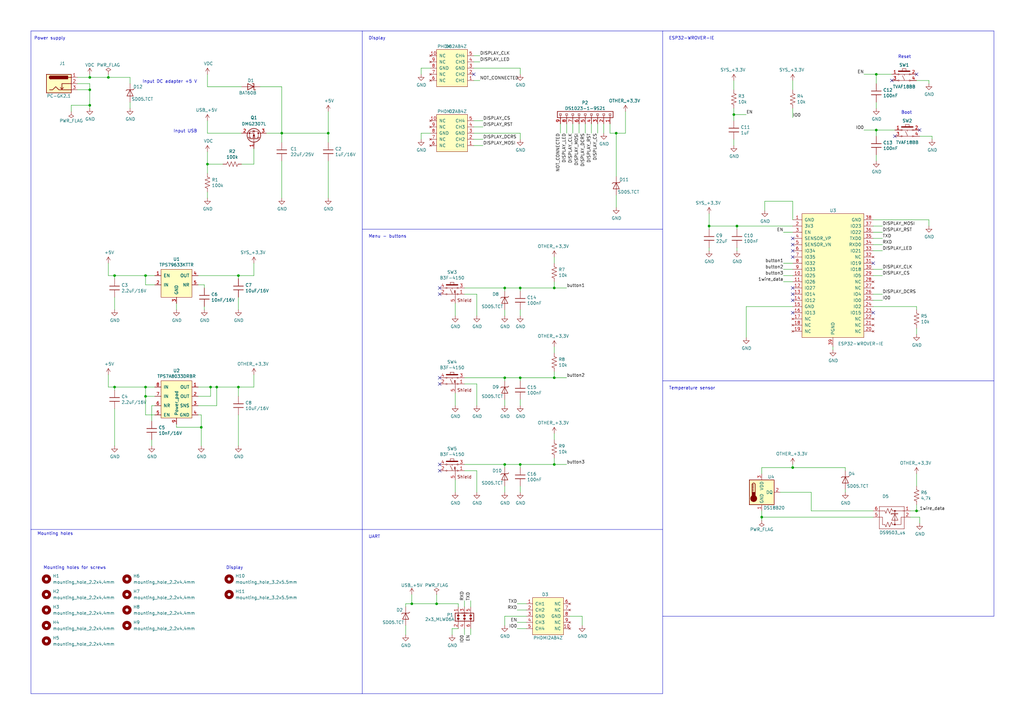
<source format=kicad_sch>
(kicad_sch (version 20230121) (generator eeschema)
  (paper "A3")
  (title_block (title "Wall mounted room temperature sensor - Wifi") (date "2021-06-13") (rev "v1.0") (company "Roman Labovsky (roman-labovsky.cz)"))
  (junction (at 213.36 154.94))
  (junction (at 207.01 190.5))
  (junction (at 85.09 67.31))
  (junction (at 227.33 190.5))
  (junction (at 325.12 191.77))
  (junction (at 227.33 154.94))
  (junction (at 46.99 158.75))
  (junction (at 115.57 54.61))
  (junction (at 252.73 54.61))
  (junction (at 300.99 46.99))
  (junction (at 227.33 118.11))
  (junction (at 59.69 113.03))
  (junction (at 375.92 209.55))
  (junction (at 46.99 113.03))
  (junction (at 59.69 158.75))
  (junction (at 302.26 92.71))
  (junction (at 82.55 175.26))
  (junction (at 359.41 53.34))
  (junction (at 207.01 118.11))
  (junction (at 359.41 30.48))
  (junction (at 44.45 31.75))
  (junction (at 88.9 158.75))
  (junction (at 213.36 190.5))
  (junction (at 213.36 118.11))
  (junction (at 36.83 36.83))
  (junction (at 179.07 247.65))
  (junction (at 97.79 158.75))
  (junction (at 36.83 43.18))
  (junction (at 86.36 158.75))
  (junction (at 312.42 212.09))
  (junction (at 36.83 31.75))
  (junction (at 168.91 247.65))
  (junction (at 207.01 154.94))
  (junction (at 59.69 162.56))
  (junction (at 134.62 54.61))
  (junction (at 97.79 113.03))
  (junction (at 290.83 92.71))
  (no_connect (at 325.12 97.79))
  (no_connect (at 325.12 100.33))
  (no_connect (at 375.92 30.48))
  (no_connect (at 367.03 55.88))
  (no_connect (at 377.19 53.34))
  (no_connect (at 325.12 118.11))
  (no_connect (at 325.12 102.87))
  (no_connect (at 180.34 157.48))
  (no_connect (at 358.14 107.95))
  (no_connect (at 180.34 154.94))
  (no_connect (at 194.31 30.48))
  (no_connect (at 325.12 128.27))
  (no_connect (at 180.34 120.65))
  (no_connect (at 180.34 193.04))
  (no_connect (at 180.34 190.5))
  (no_connect (at 325.12 105.41))
  (no_connect (at 180.34 118.11))
  (no_connect (at 358.14 128.27))
  (no_connect (at 365.76 33.02))
  (no_connect (at 325.12 120.65))
  (no_connect (at 325.12 123.19))
  (wire (pts (xy 59.69 116.84) (xy 59.69 113.03)))
  (wire (pts (xy 300.99 46.99) (xy 300.99 44.45)))
  (wire (pts (xy 381 33.02) (xy 381 34.29)))
  (wire (pts (xy 62.23 182.88) (xy 62.23 180.34)))
  (wire (pts (xy 227.33 190.5) (xy 232.41 190.5)))
  (wire (pts (xy 194.31 25.4) (xy 196.85 25.4)))
  (wire (pts (xy 190.5 193.04) (xy 195.58 193.04)))
  (polyline (pts (xy 148.59 12.7) (xy 148.59 284.48)))
  (wire (pts (xy 186.69 201.93) (xy 186.69 196.85)))
  (wire (pts (xy 83.82 116.84) (xy 83.82 118.11)))
  (wire (pts (xy 365.76 30.48) (xy 359.41 30.48)))
  (polyline (pts (xy 12.7 217.17) (xy 12.7 284.48)))
  (wire (pts (xy 81.28 170.18) (xy 82.55 170.18)))
  (wire (pts (xy 46.99 182.88) (xy 46.99 167.64)))
  (wire (pts (xy 46.99 113.03) (xy 44.45 113.03)))
  (wire (pts (xy 325.12 113.03) (xy 321.31 113.03)))
  (wire (pts (xy 252.73 54.61) (xy 256.54 54.61)))
  (wire (pts (xy 99.06 54.61) (xy 85.09 54.61)))
  (wire (pts (xy 325.12 190.5) (xy 325.12 191.77)))
  (wire (pts (xy 227.33 180.34) (xy 227.33 177.8)))
  (wire (pts (xy 63.5 170.18) (xy 59.69 170.18)))
  (wire (pts (xy 382.27 55.88) (xy 382.27 57.15)))
  (wire (pts (xy 166.37 256.54) (xy 166.37 260.35)))
  (wire (pts (xy 377.19 212.09) (xy 377.19 214.63)))
  (wire (pts (xy 59.69 162.56) (xy 59.69 158.75)))
  (wire (pts (xy 215.9 255.27) (xy 212.09 255.27)))
  (wire (pts (xy 88.9 166.37) (xy 88.9 158.75)))
  (wire (pts (xy 86.36 162.56) (xy 86.36 158.75)))
  (wire (pts (xy 290.83 102.87) (xy 290.83 101.6)))
  (wire (pts (xy 358.14 100.33) (xy 361.95 100.33)))
  (wire (pts (xy 91.44 67.31) (xy 85.09 67.31)))
  (wire (pts (xy 190.5 257.81) (xy 190.5 260.35)))
  (wire (pts (xy 375.92 125.73) (xy 375.92 127)))
  (wire (pts (xy 194.31 54.61) (xy 213.36 54.61)))
  (wire (pts (xy 36.83 31.75) (xy 36.83 30.48)))
  (wire (pts (xy 194.31 22.86) (xy 196.85 22.86)))
  (wire (pts (xy 332.74 201.93) (xy 332.74 209.55)))
  (wire (pts (xy 325.12 44.45) (xy 325.12 48.26)))
  (wire (pts (xy 207.01 154.94) (xy 213.36 154.94)))
  (wire (pts (xy 63.5 113.03) (xy 59.69 113.03)))
  (wire (pts (xy 134.62 54.61) (xy 134.62 58.42)))
  (wire (pts (xy 359.41 66.04) (xy 359.41 63.5)))
  (wire (pts (xy 172.72 54.61) (xy 172.72 57.15)))
  (wire (pts (xy 62.23 172.72) (xy 62.23 166.37)))
  (wire (pts (xy 72.39 175.26) (xy 82.55 175.26)))
  (wire (pts (xy 377.19 55.88) (xy 382.27 55.88)))
  (polyline (pts (xy 12.7 284.48) (xy 148.59 284.48)))
  (wire (pts (xy 44.45 113.03) (xy 44.45 107.95)))
  (wire (pts (xy 62.23 166.37) (xy 63.5 166.37)))
  (wire (pts (xy 232.41 50.8) (xy 232.41 54.61)))
  (wire (pts (xy 312.42 212.09) (xy 312.42 213.36)))
  (wire (pts (xy 312.42 209.55) (xy 312.42 212.09)))
  (wire (pts (xy 320.04 201.93) (xy 332.74 201.93)))
  (wire (pts (xy 115.57 81.28) (xy 115.57 66.04)))
  (wire (pts (xy 325.12 110.49) (xy 321.31 110.49)))
  (wire (pts (xy 207.01 166.37) (xy 207.01 163.83)))
  (wire (pts (xy 375.92 33.02) (xy 381 33.02)))
  (wire (pts (xy 256.54 54.61) (xy 256.54 45.72)))
  (wire (pts (xy 36.83 43.18) (xy 36.83 44.45)))
  (wire (pts (xy 375.92 199.39) (xy 375.92 194.31)))
  (wire (pts (xy 233.68 252.73) (xy 238.76 252.73)))
  (wire (pts (xy 36.83 36.83) (xy 36.83 43.18)))
  (wire (pts (xy 63.5 158.75) (xy 59.69 158.75)))
  (wire (pts (xy 97.79 113.03) (xy 104.14 113.03)))
  (wire (pts (xy 302.26 102.87) (xy 302.26 101.6)))
  (wire (pts (xy 88.9 158.75) (xy 97.79 158.75)))
  (wire (pts (xy 109.22 54.61) (xy 115.57 54.61)))
  (wire (pts (xy 194.31 59.69) (xy 198.12 59.69)))
  (wire (pts (xy 82.55 182.88) (xy 82.55 175.26)))
  (wire (pts (xy 227.33 154.94) (xy 227.33 152.4)))
  (wire (pts (xy 312.42 212.09) (xy 358.14 212.09)))
  (wire (pts (xy 240.03 50.8) (xy 240.03 54.61)))
  (wire (pts (xy 36.83 34.29) (xy 36.83 36.83)))
  (polyline (pts (xy 12.7 12.7) (xy 12.7 217.17)))
  (polyline (pts (xy 407.67 12.7) (xy 407.67 252.73)))
  (wire (pts (xy 115.57 58.42) (xy 115.57 54.61)))
  (wire (pts (xy 302.26 92.71) (xy 325.12 92.71)))
  (polyline (pts (xy 271.78 156.21) (xy 407.67 156.21)))
  (wire (pts (xy 81.28 113.03) (xy 97.79 113.03)))
  (polyline (pts (xy 148.59 284.48) (xy 271.78 284.48)))
  (wire (pts (xy 375.92 209.55) (xy 377.19 209.55)))
  (wire (pts (xy 82.55 175.26) (xy 82.55 170.18)))
  (wire (pts (xy 63.5 162.56) (xy 59.69 162.56)))
  (wire (pts (xy 81.28 116.84) (xy 83.82 116.84)))
  (wire (pts (xy 179.07 243.84) (xy 179.07 247.65)))
  (wire (pts (xy 290.83 93.98) (xy 290.83 92.71)))
  (wire (pts (xy 36.83 31.75) (xy 44.45 31.75)))
  (wire (pts (xy 238.76 252.73) (xy 238.76 256.54)))
  (wire (pts (xy 332.74 209.55) (xy 358.14 209.55)))
  (wire (pts (xy 187.96 247.65) (xy 187.96 248.92)))
  (wire (pts (xy 300.99 46.99) (xy 306.07 46.99)))
  (wire (pts (xy 31.75 31.75) (xy 36.83 31.75)))
  (wire (pts (xy 252.73 80.01) (xy 252.73 85.09)))
  (wire (pts (xy 104.14 107.95) (xy 104.14 113.03)))
  (wire (pts (xy 373.38 212.09) (xy 377.19 212.09)))
  (wire (pts (xy 313.69 82.55) (xy 325.12 82.55)))
  (wire (pts (xy 207.01 118.11) (xy 213.36 118.11)))
  (wire (pts (xy 194.31 49.53) (xy 198.12 49.53)))
  (wire (pts (xy 29.21 45.72) (xy 29.21 43.18)))
  (polyline (pts (xy 12.7 217.17) (xy 271.78 217.17)))
  (wire (pts (xy 215.9 252.73) (xy 207.01 252.73)))
  (wire (pts (xy 176.53 27.94) (xy 172.72 27.94)))
  (wire (pts (xy 207.01 252.73) (xy 207.01 256.54)))
  (wire (pts (xy 213.36 154.94) (xy 213.36 156.21)))
  (wire (pts (xy 46.99 127) (xy 46.99 121.92)))
  (wire (pts (xy 59.69 170.18) (xy 59.69 162.56)))
  (polyline (pts (xy 271.78 12.7) (xy 271.78 284.48)))
  (wire (pts (xy 97.79 182.88) (xy 97.79 170.18)))
  (wire (pts (xy 358.14 110.49) (xy 361.95 110.49)))
  (wire (pts (xy 53.34 44.45) (xy 53.34 41.91)))
  (wire (pts (xy 375.92 207.01) (xy 375.92 209.55)))
  (wire (pts (xy 325.12 95.25) (xy 321.31 95.25)))
  (wire (pts (xy 115.57 54.61) (xy 115.57 35.56)))
  (wire (pts (xy 300.99 59.69) (xy 300.99 57.15)))
  (wire (pts (xy 194.31 27.94) (xy 213.36 27.94)))
  (wire (pts (xy 44.45 31.75) (xy 53.34 31.75)))
  (wire (pts (xy 81.28 158.75) (xy 86.36 158.75)))
  (wire (pts (xy 227.33 144.78) (xy 227.33 142.24)))
  (wire (pts (xy 83.82 127) (xy 83.82 125.73)))
  (wire (pts (xy 359.41 30.48) (xy 359.41 34.29)))
  (wire (pts (xy 179.07 247.65) (xy 187.96 247.65)))
  (wire (pts (xy 72.39 124.46) (xy 72.39 127)))
  (wire (pts (xy 190.5 157.48) (xy 195.58 157.48)))
  (wire (pts (xy 312.42 194.31) (xy 312.42 191.77)))
  (wire (pts (xy 358.14 97.79) (xy 361.95 97.79)))
  (wire (pts (xy 207.01 156.21) (xy 207.01 154.94)))
  (wire (pts (xy 194.31 57.15) (xy 198.12 57.15)))
  (wire (pts (xy 85.09 35.56) (xy 85.09 30.48)))
  (wire (pts (xy 325.12 191.77) (xy 346.71 191.77)))
  (wire (pts (xy 234.95 50.8) (xy 234.95 54.61)))
  (wire (pts (xy 346.71 201.93) (xy 346.71 200.66)))
  (wire (pts (xy 187.96 257.81) (xy 185.42 257.81)))
  (wire (pts (xy 237.49 50.8) (xy 237.49 54.61)))
  (wire (pts (xy 115.57 54.61) (xy 134.62 54.61)))
  (wire (pts (xy 375.92 134.62) (xy 375.92 137.16)))
  (wire (pts (xy 227.33 107.95) (xy 227.33 105.41)))
  (wire (pts (xy 250.19 50.8) (xy 250.19 54.61)))
  (wire (pts (xy 185.42 257.81) (xy 185.42 260.35)))
  (wire (pts (xy 373.38 209.55) (xy 375.92 209.55)))
  (wire (pts (xy 115.57 35.56) (xy 106.68 35.56)))
  (wire (pts (xy 290.83 92.71) (xy 302.26 92.71)))
  (wire (pts (xy 72.39 173.99) (xy 72.39 175.26)))
  (wire (pts (xy 213.36 154.94) (xy 227.33 154.94)))
  (wire (pts (xy 359.41 30.48) (xy 354.33 30.48)))
  (wire (pts (xy 213.36 129.54) (xy 213.36 127)))
  (wire (pts (xy 59.69 113.03) (xy 46.99 113.03)))
  (wire (pts (xy 134.62 81.28) (xy 134.62 66.04)))
  (wire (pts (xy 358.14 95.25) (xy 361.95 95.25)))
  (wire (pts (xy 213.36 201.93) (xy 213.36 199.39)))
  (wire (pts (xy 46.99 113.03) (xy 46.99 114.3)))
  (wire (pts (xy 97.79 158.75) (xy 97.79 162.56)))
  (wire (pts (xy 172.72 27.94) (xy 172.72 30.48)))
  (wire (pts (xy 359.41 55.88) (xy 359.41 53.34)))
  (wire (pts (xy 186.69 129.54) (xy 186.69 124.46)))
  (wire (pts (xy 215.9 250.19) (xy 212.09 250.19)))
  (wire (pts (xy 325.12 107.95) (xy 321.31 107.95)))
  (wire (pts (xy 31.75 36.83) (xy 36.83 36.83)))
  (wire (pts (xy 325.12 33.02) (xy 325.12 36.83)))
  (wire (pts (xy 59.69 158.75) (xy 46.99 158.75)))
  (wire (pts (xy 193.04 257.81) (xy 193.04 260.35)))
  (wire (pts (xy 29.21 43.18) (xy 36.83 43.18)))
  (wire (pts (xy 104.14 153.67) (xy 104.14 158.75)))
  (wire (pts (xy 381 90.17) (xy 381 92.71)))
  (wire (pts (xy 300.99 36.83) (xy 300.99 33.02)))
  (wire (pts (xy 245.11 50.8) (xy 245.11 54.61)))
  (wire (pts (xy 97.79 113.03) (xy 97.79 114.3)))
  (wire (pts (xy 247.65 50.8) (xy 247.65 54.61)))
  (wire (pts (xy 306.07 125.73) (xy 306.07 138.43)))
  (wire (pts (xy 358.14 92.71) (xy 361.95 92.71)))
  (wire (pts (xy 227.33 118.11) (xy 232.41 118.11)))
  (wire (pts (xy 227.33 154.94) (xy 232.41 154.94)))
  (wire (pts (xy 250.19 54.61) (xy 252.73 54.61)))
  (wire (pts (xy 81.28 162.56) (xy 86.36 162.56)))
  (wire (pts (xy 166.37 247.65) (xy 168.91 247.65)))
  (wire (pts (xy 359.41 53.34) (xy 354.33 53.34)))
  (wire (pts (xy 229.87 50.8) (xy 229.87 54.61)))
  (wire (pts (xy 86.36 158.75) (xy 88.9 158.75)))
  (wire (pts (xy 213.36 190.5) (xy 213.36 191.77)))
  (wire (pts (xy 358.14 113.03) (xy 361.95 113.03)))
  (wire (pts (xy 195.58 157.48) (xy 195.58 166.37)))
  (wire (pts (xy 213.36 166.37) (xy 213.36 163.83)))
  (wire (pts (xy 213.36 27.94) (xy 213.36 30.48)))
  (wire (pts (xy 325.12 115.57) (xy 321.31 115.57)))
  (wire (pts (xy 81.28 166.37) (xy 88.9 166.37)))
  (wire (pts (xy 207.01 127) (xy 207.01 129.54)))
  (wire (pts (xy 213.36 118.11) (xy 213.36 119.38)))
  (wire (pts (xy 46.99 158.75) (xy 46.99 160.02)))
  (wire (pts (xy 290.83 92.71) (xy 290.83 87.63)))
  (wire (pts (xy 213.36 190.5) (xy 227.33 190.5)))
  (wire (pts (xy 168.91 243.84) (xy 168.91 247.65)))
  (wire (pts (xy 194.31 33.02) (xy 196.85 33.02)))
  (wire (pts (xy 302.26 93.98) (xy 302.26 92.71)))
  (wire (pts (xy 346.71 191.77) (xy 346.71 193.04)))
  (wire (pts (xy 99.06 67.31) (xy 104.14 67.31)))
  (wire (pts (xy 358.14 90.17) (xy 381 90.17)))
  (wire (pts (xy 53.34 31.75) (xy 53.34 34.29)))
  (wire (pts (xy 190.5 190.5) (xy 207.01 190.5)))
  (wire (pts (xy 190.5 248.92) (xy 190.5 246.38)))
  (wire (pts (xy 341.63 143.51) (xy 341.63 142.24)))
  (wire (pts (xy 195.58 120.65) (xy 195.58 129.54)))
  (wire (pts (xy 44.45 153.67) (xy 44.45 158.75)))
  (wire (pts (xy 134.62 54.61) (xy 134.62 45.72)))
  (wire (pts (xy 85.09 67.31) (xy 85.09 71.12)))
  (polyline (pts (xy 148.59 93.98) (xy 271.78 93.98)))
  (wire (pts (xy 85.09 67.31) (xy 85.09 62.23)))
  (wire (pts (xy 46.99 158.75) (xy 44.45 158.75)))
  (wire (pts (xy 312.42 191.77) (xy 325.12 191.77)))
  (wire (pts (xy 213.36 118.11) (xy 227.33 118.11)))
  (wire (pts (xy 215.9 257.81) (xy 212.09 257.81)))
  (wire (pts (xy 358.14 102.87) (xy 361.95 102.87)))
  (wire (pts (xy 166.37 248.92) (xy 166.37 247.65)))
  (wire (pts (xy 194.31 52.07) (xy 198.12 52.07)))
  (wire (pts (xy 97.79 127) (xy 97.79 121.92)))
  (wire (pts (xy 242.57 50.8) (xy 242.57 54.61)))
  (wire (pts (xy 359.41 44.45) (xy 359.41 41.91)))
  (wire (pts (xy 227.33 118.11) (xy 227.33 115.57)))
  (wire (pts (xy 207.01 191.77) (xy 207.01 190.5)))
  (wire (pts (xy 85.09 81.28) (xy 85.09 78.74)))
  (wire (pts (xy 85.09 54.61) (xy 85.09 49.53)))
  (wire (pts (xy 44.45 30.48) (xy 44.45 31.75)))
  (wire (pts (xy 190.5 120.65) (xy 195.58 120.65)))
  (wire (pts (xy 31.75 34.29) (xy 36.83 34.29)))
  (wire (pts (xy 63.5 116.84) (xy 59.69 116.84)))
  (wire (pts (xy 168.91 247.65) (xy 179.07 247.65)))
  (wire (pts (xy 195.58 193.04) (xy 195.58 201.93)))
  (wire (pts (xy 367.03 53.34) (xy 359.41 53.34)))
  (wire (pts (xy 300.99 49.53) (xy 300.99 46.99)))
  (wire (pts (xy 97.79 158.75) (xy 104.14 158.75)))
  (wire (pts (xy 104.14 60.96) (xy 104.14 67.31)))
  (wire (pts (xy 207.01 119.38) (xy 207.01 118.11)))
  (polyline (pts (xy 12.7 12.7) (xy 407.67 12.7)))
  (wire (pts (xy 176.53 54.61) (xy 172.72 54.61)))
  (wire (pts (xy 358.14 120.65) (xy 361.95 120.65)))
  (wire (pts (xy 215.9 247.65) (xy 212.09 247.65)))
  (wire (pts (xy 207.01 201.93) (xy 207.01 199.39)))
  (wire (pts (xy 227.33 190.5) (xy 227.33 187.96)))
  (wire (pts (xy 99.06 35.56) (xy 85.09 35.56)))
  (wire (pts (xy 252.73 72.39) (xy 252.73 54.61)))
  (polyline (pts (xy 407.67 252.73) (xy 271.78 252.73)))
  (wire (pts (xy 325.12 125.73) (xy 306.07 125.73)))
  (wire (pts (xy 213.36 54.61) (xy 213.36 57.15)))
  (wire (pts (xy 190.5 118.11) (xy 207.01 118.11)))
  (wire (pts (xy 193.04 248.92) (xy 193.04 246.38)))
  (wire (pts (xy 358.14 125.73) (xy 375.92 125.73)))
  (wire (pts (xy 190.5 154.94) (xy 207.01 154.94)))
  (wire (pts (xy 358.14 123.19) (xy 361.95 123.19)))
  (wire (pts (xy 313.69 86.36) (xy 313.69 82.55)))
  (wire (pts (xy 207.01 190.5) (xy 213.36 190.5)))
  (wire (pts (xy 325.12 82.55) (xy 325.12 90.17)))
  (wire (pts (xy 186.69 166.37) (xy 186.69 161.29)))
  (text "Mounting holes" (at 15.24 219.71 0) (effects (font (size 1.27 1.27)) (justify left bottom)))
  (text "Reset" (at 368.3 24.13 0) (effects (font (size 1.27 1.27)) (justify left bottom)))
  (text "Input DC adapter +5 V" (at 58.42 34.29 0) (effects (font (size 1.27 1.27)) (justify left bottom)))
  (text "Display" (at 151.13 16.51 0) (effects (font (size 1.27 1.27)) (justify left bottom)))
  (text "Boot" (at 369.57 46.99 0) (effects (font (size 1.27 1.27)) (justify left bottom)))
  (text "Menu - buttons" (at 151.13 97.79 0) (effects (font (size 1.27 1.27)) (justify left bottom)))
  (text "Power supply" (at 13.97 16.51 0) (effects (font (size 1.27 1.27)) (justify left bottom)))
  (text "Temperature sensor" (at 274.32 160.02 0) (effects (font (size 1.27 1.27)) (justify left bottom)))
  (text "Mounting holes for screws" (at 17.78 233.68 0) (effects (font (size 1.27 1.27)) (justify left bottom)))
  (text "Input USB" (at 71.12 54.61 0) (effects (font (size 1.27 1.27)) (justify left bottom)))
  (text "UART" (at 151.13 220.98 0) (effects (font (size 1.27 1.27)) (justify left bottom)))
  (text "ESP32-WROVER-IE" (at 274.32 16.51 0) (effects (font (size 1.27 1.27)) (justify left bottom)))
  (text "Display" (at 92.71 233.68 0) (effects (font (size 1.27 1.27)) (justify left bottom)))
  (label "DISPLAY_CLK" (at 234.95 54.61 270))
  (label "DISPLAY_DCRS" (at 361.95 120.65 0))
  (label "RXD" (at 361.95 100.33 0))
  (label "button3" (at 321.31 113.03 180))
  (label "DISPLAY_RST" (at 361.95 95.25 0))
  (label "DISPLAY_RST" (at 242.57 54.61 270))
  (label "TXD" (at 193.04 246.38 90))
  (label "DISPLAY_CLK" (at 196.85 22.86 0))
  (label "EN" (at 354.33 30.48 180))
  (label "IO0" (at 190.5 260.35 270))
  (label "TXD" (at 212.09 247.65 180))
  (label "DISPLAY_CLK" (at 361.95 110.49 0))
  (label "IO0" (at 212.09 257.81 180))
  (label "button2" (at 321.31 110.49 180))
  (label "EN" (at 321.31 95.25 180))
  (label "DISPLAY_CS" (at 361.95 113.03 0))
  (label "DISPLAY_LED" (at 196.85 25.4 0))
  (label "TXD" (at 361.95 97.79 0))
  (label "DISPLAY_LED" (at 232.41 54.61 270))
  (label "IO0" (at 325.12 48.26 0))
  (label "EN" (at 193.04 260.35 270))
  (label "1wire_data" (at 377.19 209.55 0))
  (label "NOT_CONNECTED" (at 229.87 54.61 270))
  (label "RXD" (at 190.5 246.38 90))
  (label "button1" (at 321.31 107.95 180))
  (label "DISPLAY_LED" (at 361.95 102.87 0))
  (label "NOT_CONNECTED" (at 196.85 33.02 0))
  (label "button3" (at 232.41 190.5 0))
  (label "IO0" (at 354.33 53.34 180))
  (label "DISPLAY_DCRS" (at 198.12 57.15 0))
  (label "DISPLAY_DCRS" (at 240.03 54.61 270))
  (label "DISPLAY_CS" (at 245.11 54.61 270))
  (label "button2" (at 232.41 154.94 0))
  (label "1wire_data" (at 321.31 115.57 180))
  (label "RXD" (at 212.09 250.19 180))
  (label "DISPLAY_RST" (at 198.12 52.07 0))
  (label "EN" (at 306.07 46.99 0))
  (label "IO0" (at 361.95 123.19 0))
  (label "EN" (at 212.09 255.27 180))
  (label "button1" (at 232.41 118.11 0))
  (label "DISPLAY_CS" (at 198.12 49.53 0))
  (label "DISPLAY_MOSI" (at 198.12 59.69 0))
  (label "DISPLAY_MOSI" (at 361.95 92.71 0))
  (label "DISPLAY_MOSI" (at 237.49 54.61 270))
  (symbol (lib_id "unipolar_transistor_smd_rl:DMG2307L") (at 104.14 54.61 270) (mirror x) (unit 1)
    (property "Reference" "Q1" (at 104.14 48.26 90))
    (property "Value" "DMG2307L" (at 104.14 50.8 90))
    (property "Footprint" "package_sot_rl:sot_23_3" (effects hide))
    (property "Datasheet" "https://www.diodes.com/assets/Datasheets/products_inactive_data/DMG2307L.pdf" (effects hide))
  )
  (symbol (lib_id "power_rl:USB_+5V") (at 85.09 49.53 0) (unit 1)
    (property "Reference" "#PWR02" (effects hide))
    (property "Value" "USB_+5V" (at 84.709 45.1358 0))
  )
  (symbol (lib_id "resistor_smd_rl:r_0805_us") (at 95.25 67.31 0) (unit 1)
    (property "Reference" "R2" (at 95.25 62.103 0))
    (property "Value" "100k" (at 95.25 64.4144 0))
    (property "Footprint" "resistor_smd_rl:r_0805" (effects hide))
  )
  (symbol (lib_id "resistor_smd_rl:r_0805_us") (at 85.09 74.93 270) (unit 1)
    (property "Reference" "R1" (at 86.8172 73.7616 90) (effects (justify left)))
    (property "Value" "100k" (at 86.8172 76.073 90) (effects (justify left)))
    (property "Footprint" "resistor_smd_rl:r_0805" (effects hide))
  )
  (symbol (lib_id "power:+5V") (at 134.62 45.72 0) (unit 1)
    (property "Reference" "#PWR08" (effects hide))
    (property "Value" "+5V" (at 135.001 41.3258 0))
  )
  (symbol (lib_id "power:+5V") (at 44.45 107.95 0) (unit 1)
    (property "Reference" "#PWR010" (effects hide))
    (property "Value" "+5V" (at 44.831 103.5558 0))
  )
  (symbol (lib_id "wall-mounted-room-temperature-sensor-wifi-rescue:SYS_+3,3V-power_rl") (at 104.14 107.95 0) (unit 1)
    (property "Reference" "#PWR020" (effects hide))
    (property "Value" "SYS_+3,3V" (at 103.759 103.5558 0))
  )
  (symbol (lib_id "wall-mounted-room-temperature-sensor-wifi-rescue:OTHER_+3,3V-power_rl") (at 104.14 153.67 0) (unit 1)
    (property "Reference" "#PWR021" (effects hide))
    (property "Value" "OTHER_+3,3V" (at 103.759 149.2758 0))
  )
  (symbol (lib_id "power:GND") (at 85.09 81.28 0) (unit 1)
    (property "Reference" "#PWR04" (effects hide))
    (property "Value" "GND" (at 85.217 85.6742 0))
  )
  (symbol (lib_id "diode_smd_rl:BAT60B") (at 102.87 35.56 270) (unit 1)
    (property "Reference" "D1" (at 102.87 33.02 90))
    (property "Value" "BAT60B" (at 101.6 38.1 90))
    (property "Footprint" "package_sod_rl:sod_323" (effects hide))
    (property "Datasheet" "https://www.mccsemi.com/pdf/Products/BAT60B(SOD-323).pdf" (effects hide))
  )
  (symbol (lib_id "capacitor_smd_rl:c_0805") (at 115.57 62.23 270) (unit 1)
    (property "Reference" "C1" (at 119.126 61.0616 90) (effects (justify left)))
    (property "Value" "22uF/25V" (at 119.126 63.373 90) (effects (justify left)))
    (property "Footprint" "capacitor_smd_rl:c_0805" (effects hide))
  )
  (symbol (lib_id "microswitch_smd_rl:TVAF18BB") (at 370.84 31.75 0) (unit 1)
    (property "Reference" "SW1" (at 370.84 26.67 0))
    (property "Value" "TVAF18BB" (at 370.84 35.56 0))
    (property "Footprint" "microswitch_smd_rl:TVAF18BB" (effects hide))
    (property "Datasheet" "https://en.jian-fu.com/product/38.html" (effects hide))
  )
  (symbol (lib_id "microswitch_smd_rl:TVAF18BB") (at 372.11 54.61 0) (unit 1)
    (property "Reference" "SW2" (at 372.11 49.53 0))
    (property "Value" "TVAF18BB" (at 372.11 58.42 0))
    (property "Footprint" "microswitch_smd_rl:TVAF18BB" (effects hide))
    (property "Datasheet" "https://en.jian-fu.com/product/38.html" (effects hide))
  )
  (symbol (lib_id "connector_idc_rl:2x3_MLW06A") (at 190.5 252.73 0) (mirror x) (unit 1)
    (property "Reference" "P1" (at 185.9534 252.1966 0) (effects (justify right)))
    (property "Value" "2x3_MLW06A" (at 180.34 254 0))
    (property "Footprint" "connector_idc_rl:2x3_MLW06A" (effects hide))
    (property "Datasheet" "https://en.connfly.com/static/upload/file/pdf/DS1013.pdf" (effects hide))
  )
  (symbol (lib_id "power:GND") (at 115.57 81.28 0) (unit 1)
    (property "Reference" "#PWR07" (effects hide))
    (property "Value" "GND" (at 115.697 85.6742 0))
  )
  (symbol (lib_id "capacitor_smd_rl:c_0805") (at 134.62 62.23 270) (unit 1)
    (property "Reference" "C2" (at 137.414 61.0616 90) (effects (justify left)))
    (property "Value" "1uF/16V" (at 137.414 63.373 90) (effects (justify left)))
    (property "Footprint" "capacitor_smd_rl:c_0805" (effects hide))
  )
  (symbol (lib_id "power:GND") (at 134.62 81.28 0) (unit 1)
    (property "Reference" "#PWR09" (effects hide))
    (property "Value" "GND" (at 134.747 85.6742 0))
  )
  (symbol (lib_id "power:+5V") (at 44.45 153.67 0) (unit 1)
    (property "Reference" "#PWR011" (effects hide))
    (property "Value" "+5V" (at 44.831 149.2758 0))
  )
  (symbol (lib_id "capacitor_smd_rl:c_0805") (at 46.99 118.11 270) (unit 1)
    (property "Reference" "C3" (at 49.784 116.9416 90) (effects (justify left)))
    (property "Value" "2.2uF/16V" (at 49.784 119.253 90) (effects (justify left)))
    (property "Footprint" "capacitor_smd_rl:c_0805" (effects hide))
  )
  (symbol (lib_id "capacitor_smd_rl:c_0805") (at 97.79 118.11 270) (unit 1)
    (property "Reference" "C7" (at 100.584 116.9416 90) (effects (justify left)))
    (property "Value" "10uF/16V" (at 100.584 119.253 90) (effects (justify left)))
    (property "Footprint" "capacitor_smd_rl:c_0805" (effects hide))
  )
  (symbol (lib_id "power:GND") (at 46.99 127 0) (unit 1)
    (property "Reference" "#PWR012" (effects hide))
    (property "Value" "GND" (at 47.117 131.3942 0))
  )
  (symbol (lib_id "power:GND") (at 97.79 127 0) (unit 1)
    (property "Reference" "#PWR018" (effects hide))
    (property "Value" "GND" (at 97.917 131.3942 0))
  )
  (symbol (lib_id "power_rl:USB_+5V") (at 168.91 243.84 0) (unit 1)
    (property "Reference" "#PWR029" (effects hide))
    (property "Value" "USB_+5V" (at 168.91 240.03 0))
  )
  (symbol (lib_id "power:GND") (at 72.39 127 0) (unit 1)
    (property "Reference" "#PWR015" (effects hide))
    (property "Value" "GND" (at 72.517 131.3942 0))
  )
  (symbol (lib_id "low_dropout_regulator_rl:TPS79633KTTR") (at 72.39 116.84 0) (unit 1)
    (property "Reference" "U1" (at 72.39 106.299 0))
    (property "Value" "TPS79633KTTR" (at 72.39 108.6104 0))
    (property "Footprint" "package_to_rl:to_263_5" (effects hide))
    (property "Datasheet" "https://www.ti.com/lit/ds/symlink/tps796.pdf?ts=1615979446271&ref_url=https%253A%252F%252Fwww.snapeda.com%252Fparts%252FTPS79650DRBR%252FTexas%2BInstruments%252Fdatasheet%252F" (effects hide))
  )
  (symbol (lib_id "capacitor_smd_rl:c_0805") (at 46.99 163.83 270) (unit 1)
    (property "Reference" "C4" (at 49.784 162.6616 90) (effects (justify left)))
    (property "Value" "2.2uF/16V" (at 49.784 164.973 90) (effects (justify left)))
    (property "Footprint" "capacitor_smd_rl:c_0805" (effects hide))
  )
  (symbol (lib_id "capacitor_smd_rl:c_0805") (at 97.79 166.37 270) (unit 1)
    (property "Reference" "C8" (at 100.584 165.2016 90) (effects (justify left)))
    (property "Value" "10uF/16V" (at 100.584 167.513 90) (effects (justify left)))
    (property "Footprint" "capacitor_smd_rl:c_0805" (effects hide))
  )
  (symbol (lib_id "power:GND") (at 46.99 182.88 0) (unit 1)
    (property "Reference" "#PWR013" (effects hide))
    (property "Value" "GND" (at 47.117 187.2742 0))
  )
  (symbol (lib_id "power:GND") (at 97.79 182.88 0) (unit 1)
    (property "Reference" "#PWR019" (effects hide))
    (property "Value" "GND" (at 97.917 187.2742 0))
  )
  (symbol (lib_id "power:GND") (at 82.55 182.88 0) (unit 1)
    (property "Reference" "#PWR016" (effects hide))
    (property "Value" "GND" (at 82.677 187.2742 0))
  )
  (symbol (lib_id "power:GND") (at 185.42 260.35 0) (unit 1)
    (property "Reference" "#PWR030" (effects hide))
    (property "Value" "GND" (at 185.547 264.7442 0))
  )
  (symbol (lib_id "power:GND") (at 381 34.29 0) (unit 1)
    (property "Reference" "#PWR042" (effects hide))
    (property "Value" "GND" (at 381.127 38.6842 0))
  )
  (symbol (lib_id "power:GND") (at 382.27 57.15 0) (unit 1)
    (property "Reference" "#PWR043" (effects hide))
    (property "Value" "GND" (at 382.397 61.5442 0))
  )
  (symbol (lib_id "low_dropout_regulator_rl:TPS7A8033DRBR") (at 72.39 163.83 0) (unit 1)
    (property "Reference" "U2" (at 72.39 152.019 0))
    (property "Value" "TPS7A8033DRBR" (at 72.39 154.3304 0))
    (property "Footprint" "package_son_rl:son_8" (effects hide))
    (property "Datasheet" "https://www.ti.com/lit/ds/symlink/tps7a80.pdf?HQS=dis-mous-null-mousermode-dsf-pf-null-wwe&DCM=yes&ref_url=https%3A%2F%2Fcz.mouser.com%2F&distId=26" (effects hide))
  )
  (symbol (lib_id "capacitor_smd_rl:c_0805") (at 359.41 59.69 270) (unit 1)
    (property "Reference" "C13" (at 362.204 58.5216 90) (effects (justify left)))
    (property "Value" "100nF" (at 362.204 60.833 90) (effects (justify left)))
    (property "Footprint" "capacitor_smd_rl:c_0805" (effects hide))
  )
  (symbol (lib_id "power:GND") (at 359.41 66.04 0) (unit 1)
    (property "Reference" "#PWR037" (effects hide))
    (property "Value" "GND" (at 359.537 70.4342 0))
  )
  (symbol (lib_id "power:GND") (at 341.63 143.51 0) (unit 1)
    (property "Reference" "#PWR034" (effects hide))
    (property "Value" "GND" (at 341.757 147.9042 0))
  )
  (symbol (lib_id "capacitor_smd_rl:c_0805") (at 62.23 176.53 270) (unit 1)
    (property "Reference" "C5" (at 65.024 175.3616 90) (effects (justify left)))
    (property "Value" "10nF/16V" (at 65.024 177.673 90) (effects (justify left)))
    (property "Footprint" "capacitor_smd_rl:c_0805" (effects hide))
  )
  (symbol (lib_id "transil_diode_smd_rl:PHDMI2AB4Z") (at 185.42 27.94 180) (unit 1)
    (property "Reference" "D6" (at 185.42 19.05 0) (effects (justify left)))
    (property "Value" "PHDMI2AB4Z" (at 185.42 19.05 0))
    (property "Footprint" "package_dfn_rl:dfn_2510a_10" (effects hide))
    (property "Datasheet" "https://assets.nexperia.com/documents/data-sheet/PHDMI2AB4.pdf" (effects hide))
  )
  (symbol (lib_id "power:GND") (at 172.72 30.48 0) (unit 1)
    (property "Reference" "#PWR046" (effects hide))
    (property "Value" "GND" (at 172.847 34.8742 0))
  )
  (symbol (lib_id "power:GND") (at 213.36 30.48 0) (unit 1)
    (property "Reference" "#PWR048" (effects hide))
    (property "Value" "GND" (at 213.487 34.8742 0))
  )
  (symbol (lib_id "power:GND") (at 62.23 182.88 0) (unit 1)
    (property "Reference" "#PWR014" (effects hide))
    (property "Value" "GND" (at 62.357 187.2742 0))
  )
  (symbol (lib_id "transil_diode_smd_rl:PHDMI2AB4Z") (at 224.79 252.73 0) (unit 1)
    (property "Reference" "D3" (at 222.25 243.84 0) (effects (justify left)))
    (property "Value" "PHDMI2AB4Z" (at 224.79 261.62 0))
    (property "Footprint" "package_dfn_rl:dfn_2510a_10" (effects hide))
    (property "Datasheet" "https://assets.nexperia.com/documents/data-sheet/PHDMI2AB4.pdf" (effects hide))
  )
  (symbol (lib_id "capacitor_smd_rl:c_0805") (at 83.82 121.92 270) (unit 1)
    (property "Reference" "C6" (at 86.614 120.7516 90) (effects (justify left)))
    (property "Value" "10nF/16V" (at 86.614 123.063 90) (effects (justify left)))
    (property "Footprint" "capacitor_smd_rl:c_0805" (effects hide))
  )
  (symbol (lib_id "capacitor_smd_rl:c_0805") (at 359.41 38.1 270) (unit 1)
    (property "Reference" "C12" (at 362.204 36.9316 90) (effects (justify left)))
    (property "Value" "100nF" (at 362.204 39.243 90) (effects (justify left)))
    (property "Footprint" "capacitor_smd_rl:c_0805" (effects hide))
  )
  (symbol (lib_id "power:GND") (at 359.41 44.45 0) (unit 1)
    (property "Reference" "#PWR036" (effects hide))
    (property "Value" "GND" (at 359.537 48.8442 0))
  )
  (symbol (lib_id "power:GND") (at 83.82 127 0) (unit 1)
    (property "Reference" "#PWR017" (effects hide))
    (property "Value" "GND" (at 83.947 131.3942 0))
  )
  (symbol (lib_id "transil_diode_smd_rl:SD05.TCT") (at 53.34 38.1 0) (unit 1)
    (property "Reference" "D12" (at 54.61 35.56 0) (effects (justify left)))
    (property "Value" "SD05.TCT" (at 58.42 40.64 0))
    (property "Footprint" "package_sod_rl:sod_323" (effects hide))
    (property "Datasheet" "https://semtech.my.salesforce.com/sfc/p/#E0000000JelG/a/2R000000HTs3/lNzBkVYq.cpxQ_afC07HPVjXsdd1_gDzzxXpGNc69kM" (effects hide))
  )
  (symbol (lib_id "power:GND") (at 53.34 44.45 0) (unit 1)
    (property "Reference" "#PWR0102" (effects hide))
    (property "Value" "GND" (at 53.467 48.8442 0))
  )
  (symbol (lib_id "dc_barrel_jack_tht_rl:PC-GK2.1") (at 24.13 34.29 0) (unit 1)
    (property "Reference" "J1" (at 25.5778 26.035 0))
    (property "Value" "PC-GK2.1" (at 24.13 39.37 0))
    (property "Footprint" "dc_barrel_jack_tht_rl:PC-GK2.1" (effects hide))
    (property "Datasheet" "https://ninigi.com/cz/cz/product/pc-gk2.1/pdf/112990" (effects hide))
  )
  (symbol (lib_id "power:VDC") (at 36.83 30.48 0) (unit 1)
    (property "Reference" "#PWR05" (effects hide))
    (property "Value" "VDC" (at 36.83 26.67 0))
  )
  (symbol (lib_id "power:GND") (at 36.83 44.45 0) (unit 1)
    (property "Reference" "#PWR06" (effects hide))
    (property "Value" "GND" (at 36.957 48.8442 0))
  )
  (symbol (lib_id "power:GND") (at 207.01 256.54 0) (unit 1)
    (property "Reference" "#PWR033" (effects hide))
    (property "Value" "GND" (at 207.137 260.9342 0))
  )
  (symbol (lib_id "power:GND") (at 238.76 256.54 0) (unit 1)
    (property "Reference" "#PWR038" (effects hide))
    (property "Value" "GND" (at 238.887 260.9342 0))
  )
  (symbol (lib_id "transil_diode_smd_rl:SD05.TCT") (at 166.37 252.73 0) (unit 1)
    (property "Reference" "D2" (at 162.56 250.19 0) (effects (justify left)))
    (property "Value" "SD05.TCT" (at 161.29 255.27 0))
    (property "Footprint" "package_sod_rl:sod_323" (effects hide))
    (property "Datasheet" "https://semtech.my.salesforce.com/sfc/p/#E0000000JelG/a/2R000000HTs3/lNzBkVYq.cpxQ_afC07HPVjXsdd1_gDzzxXpGNc69kM" (effects hide))
  )
  (symbol (lib_id "power:VDC") (at 85.09 30.48 0) (unit 1)
    (property "Reference" "#PWR01" (effects hide))
    (property "Value" "VDC" (at 85.471 26.0858 0))
  )
  (symbol (lib_id "power:VDC") (at 85.09 62.23 0) (unit 1)
    (property "Reference" "#PWR0101" (effects hide))
    (property "Value" "VDC" (at 85.471 57.8358 0))
  )
  (symbol (lib_id "power:GND") (at 166.37 260.35 0) (unit 1)
    (property "Reference" "#PWR022" (effects hide))
    (property "Value" "GND" (at 166.497 264.7442 0))
  )
  (symbol (lib_id "transil_diode_smd_rl:PHDMI2AB4Z") (at 185.42 54.61 180) (unit 1)
    (property "Reference" "D7" (at 186.69 45.72 0) (effects (justify left)))
    (property "Value" "PHDMI2AB4Z" (at 185.42 45.72 0))
    (property "Footprint" "package_dfn_rl:dfn_2510a_10" (effects hide))
    (property "Datasheet" "https://assets.nexperia.com/documents/data-sheet/PHDMI2AB4.pdf" (effects hide))
  )
  (symbol (lib_id "power:GND") (at 172.72 57.15 0) (unit 1)
    (property "Reference" "#PWR047" (effects hide))
    (property "Value" "GND" (at 172.847 61.5442 0))
  )
  (symbol (lib_id "power:GND") (at 213.36 57.15 0) (unit 1)
    (property "Reference" "#PWR049" (effects hide))
    (property "Value" "GND" (at 213.487 61.5442 0))
  )
  (symbol (lib_id "power:GND") (at 252.73 85.09 0) (unit 1)
    (property "Reference" "#PWR063" (effects hide))
    (property "Value" "GND" (at 252.857 89.4842 0))
  )
  (symbol (lib_id "wall-mounted-room-temperature-sensor-wifi-rescue:OTHER_+3,3V-power_rl") (at 375.92 194.31 0) (unit 1)
    (property "Reference" "#PWR044" (effects hide))
    (property "Value" "OTHER_+3,3V" (at 375.539 189.9158 0))
  )
  (symbol (lib_id "resistor_smd_rl:r_0805_us") (at 300.99 40.64 270) (unit 1)
    (property "Reference" "R3" (at 302.7172 39.4716 90) (effects (justify left)))
    (property "Value" "10k" (at 302.7172 41.783 90) (effects (justify left)))
    (property "Footprint" "resistor_smd_rl:r_0805" (effects hide))
  )
  (symbol (lib_id "capacitor_smd_rl:c_0805") (at 300.99 53.34 270) (unit 1)
    (property "Reference" "C11" (at 303.784 52.1716 90) (effects (justify left)))
    (property "Value" "1uF" (at 303.784 54.483 90) (effects (justify left)))
    (property "Footprint" "capacitor_smd_rl:c_0805" (effects hide))
  )
  (symbol (lib_id "power:GND") (at 300.99 59.69 0) (unit 1)
    (property "Reference" "#PWR027" (effects hide))
    (property "Value" "GND" (at 301.117 64.0842 0))
  )
  (symbol (lib_id "transil_diode_smd_rl:SD05.TCT") (at 252.73 76.2 0) (unit 1)
    (property "Reference" "D11" (at 254 73.66 0) (effects (justify left)))
    (property "Value" "SD05.TCT" (at 257.81 78.74 0))
    (property "Footprint" "package_sod_rl:sod_323" (effects hide))
    (property "Datasheet" "https://semtech.my.salesforce.com/sfc/p/#E0000000JelG/a/2R000000HTs3/lNzBkVYq.cpxQ_afC07HPVjXsdd1_gDzzxXpGNc69kM" (effects hide))
  )
  (symbol (lib_id "wall-mounted-room-temperature-sensor-wifi-rescue:SYS_+3,3V-power_rl") (at 300.99 33.02 0) (unit 1)
    (property "Reference" "#PWR026" (effects hide))
    (property "Value" "SYS_+3,3V" (at 300.609 28.6258 0))
  )
  (symbol (lib_id "transil_diode_smd_rl:SD05.TCT") (at 207.01 123.19 0) (unit 1)
    (property "Reference" "D8" (at 201.93 120.65 0) (effects (justify left)))
    (property "Value" "SD05.TCT" (at 201.93 125.73 0))
    (property "Footprint" "package_sod_rl:sod_323" (effects hide))
    (property "Datasheet" "https://semtech.my.salesforce.com/sfc/p/#E0000000JelG/a/2R000000HTs3/lNzBkVYq.cpxQ_afC07HPVjXsdd1_gDzzxXpGNc69kM" (effects hide))
  )
  (symbol (lib_id "esp32_rl:ESP32-WROVER-IE") (at 341.63 111.76 0) (unit 1)
    (property "Reference" "U3" (at 341.63 86.36 0))
    (property "Value" "ESP32-WROVER-IE" (at 353.06 140.97 0))
    (property "Footprint" "esp32_module_rl:ESP32-WROVER-IE" (effects hide))
    (property "Datasheet" "https://www.espressif.com/sites/default/files/documentation/esp32-wrover-e_esp32-wrover-ie_datasheet_en.pdf" (effects hide))
  )
  (symbol (lib_id "power:GND") (at 207.01 129.54 0) (unit 1)
    (property "Reference" "#PWR056" (effects hide))
    (property "Value" "GND" (at 207.137 133.9342 0))
  )
  (symbol (lib_id "transil_diode_smd_rl:SD05.TCT") (at 207.01 160.02 0) (unit 1)
    (property "Reference" "D9" (at 201.93 158.75 0) (effects (justify left)))
    (property "Value" "SD05.TCT" (at 201.93 162.56 0))
    (property "Footprint" "package_sod_rl:sod_323" (effects hide))
    (property "Datasheet" "https://semtech.my.salesforce.com/sfc/p/#E0000000JelG/a/2R000000HTs3/lNzBkVYq.cpxQ_afC07HPVjXsdd1_gDzzxXpGNc69kM" (effects hide))
  )
  (symbol (lib_id "power:GND") (at 207.01 166.37 0) (unit 1)
    (property "Reference" "#PWR057" (effects hide))
    (property "Value" "GND" (at 207.137 170.7642 0))
  )
  (symbol (lib_id "transil_diode_smd_rl:SD05.TCT") (at 207.01 195.58 0) (unit 1)
    (property "Reference" "D10" (at 201.93 193.04 0) (effects (justify left)))
    (property "Value" "SD05.TCT" (at 201.93 198.12 0))
    (property "Footprint" "package_sod_rl:sod_323" (effects hide))
    (property "Datasheet" "https://semtech.my.salesforce.com/sfc/p/#E0000000JelG/a/2R000000HTs3/lNzBkVYq.cpxQ_afC07HPVjXsdd1_gDzzxXpGNc69kM" (effects hide))
  )
  (symbol (lib_id "power:GND") (at 207.01 201.93 0) (unit 1)
    (property "Reference" "#PWR058" (effects hide))
    (property "Value" "GND" (at 207.137 206.3242 0))
  )
  (symbol (lib_id "capacitor_smd_rl:c_0805") (at 290.83 97.79 270) (unit 1)
    (property "Reference" "C9" (at 293.624 96.6216 90) (effects (justify left)))
    (property "Value" "22uF" (at 293.624 98.933 90) (effects (justify left)))
    (property "Footprint" "capacitor_smd_rl:c_0805" (effects hide))
  )
  (symbol (lib_id "power:GND") (at 290.83 102.87 0) (unit 1)
    (property "Reference" "#PWR024" (effects hide))
    (property "Value" "GND" (at 290.957 107.2642 0))
  )
  (symbol (lib_id "capacitor_smd_rl:c_0805") (at 302.26 97.79 270) (unit 1)
    (property "Reference" "C10" (at 305.054 96.6216 90) (effects (justify left)))
    (property "Value" "100nF" (at 305.054 98.933 90) (effects (justify left)))
    (property "Footprint" "capacitor_smd_rl:c_0805" (effects hide))
  )
  (symbol (lib_id "power:GND") (at 302.26 102.87 0) (unit 1)
    (property "Reference" "#PWR025" (effects hide))
    (property "Value" "GND" (at 302.387 107.2642 0))
  )
  (symbol (lib_id "wall-mounted-room-temperature-sensor-wifi-rescue:SYS_+3,3V-power_rl") (at 290.83 87.63 0) (unit 1)
    (property "Reference" "#PWR023" (effects hide))
    (property "Value" "SYS_+3,3V" (at 290.449 83.2358 0))
  )
  (symbol (lib_id "temperature_sensor_rl:DS18B20") (at 312.42 201.93 0) (unit 1)
    (property "Reference" "U4" (at 316.23 195.58 0))
    (property "Value" "DS18B20" (at 317.5 208.28 0))
    (property "Footprint" "package_to_rl:to_92_in_line" (effects hide))
    (property "Datasheet" "https://www.analog.com/media/en/technical-documentation/data-sheets/DS18B20.pdf" (effects hide))
  )
  (symbol (lib_id "connector_tht_pin_socket_2.54mm_rl:DS1023-1-9S21") (at 240.03 46.99 0) (mirror y) (unit 1)
    (property "Reference" "P2" (at 239.9284 42.1132 0))
    (property "Value" "DS1023-1-9S21" (at 240.03 44.45 0))
    (property "Footprint" "connector_tht_pinsocket_2.54mm_rl:1x9_pinsocket_2.54mm_vertical_8.4mm" (effects hide))
    (property "Datasheet" "http://en.connfly.group/static/upload/file/pdf/DS1023.pdf" (effects hide))
  )
  (symbol (lib_id "wall-mounted-room-temperature-sensor-wifi-rescue:OTHER_+3,3V-power_rl") (at 256.54 45.72 0) (unit 1)
    (property "Reference" "#PWR064" (effects hide))
    (property "Value" "OTHER_+3,3V" (at 256.159 41.3258 0))
  )
  (symbol (lib_id "power:GND") (at 247.65 54.61 0) (unit 1)
    (property "Reference" "#PWR062" (effects hide))
    (property "Value" "GND" (at 247.777 59.0042 0))
  )
  (symbol (lib_id "resistor_smd_rl:r_0805_us") (at 375.92 203.2 270) (unit 1)
    (property "Reference" "R6" (at 377.6472 202.0316 90) (effects (justify left)))
    (property "Value" "4,7k" (at 377.6472 204.343 90) (effects (justify left)))
    (property "Footprint" "resistor_smd_rl:r_0805" (effects hide))
  )
  (symbol (lib_id "power:GND") (at 306.07 138.43 0) (unit 1)
    (property "Reference" "#PWR028" (effects hide))
    (property "Value" "GND" (at 306.197 142.8242 0))
  )
  (symbol (lib_id "resistor_smd_rl:r_0805_us") (at 375.92 130.81 270) (unit 1)
    (property "Reference" "R5" (at 377.6472 129.6416 90) (effects (justify left)))
    (property "Value" "10k" (at 377.6472 131.953 90) (effects (justify left)))
    (property "Footprint" "resistor_smd_rl:r_0805" (effects hide))
  )
  (symbol (lib_id "power:GND") (at 381 92.71 0) (unit 1)
    (property "Reference" "#PWR040" (effects hide))
    (property "Value" "GND" (at 381.127 97.1042 0))
  )
  (symbol (lib_id "power:GND") (at 313.69 86.36 0) (unit 1)
    (property "Reference" "#PWR031" (effects hide))
    (property "Value" "GND" (at 313.817 90.7542 0))
  )
  (symbol (lib_id "power:GND") (at 375.92 137.16 0) (unit 1)
    (property "Reference" "#PWR039" (effects hide))
    (property "Value" "GND" (at 376.047 141.5542 0))
  )
  (symbol (lib_id "transil_diode_smd_rl:SD05.TCT") (at 346.71 196.85 0) (unit 1)
    (property "Reference" "D4" (at 347.98 194.31 0) (effects (justify left)))
    (property "Value" "SD05.TCT" (at 351.79 199.39 0))
    (property "Footprint" "package_sod_rl:sod_323" (effects hide))
    (property "Datasheet" "https://semtech.my.salesforce.com/sfc/p/#E0000000JelG/a/2R000000HTs3/lNzBkVYq.cpxQ_afC07HPVjXsdd1_gDzzxXpGNc69kM" (effects hide))
  )
  (symbol (lib_id "power:GND") (at 346.71 201.93 0) (unit 1)
    (property "Reference" "#PWR041" (effects hide))
    (property "Value" "GND" (at 346.837 206.3242 0))
  )
  (symbol (lib_id "transil_diode_smd_rl:DS9503_us") (at 365.76 212.09 0) (mirror y) (unit 1)
    (property "Reference" "D5" (at 363.22 203.581 0))
    (property "Value" "DS9503_us" (at 366.014 218.44 0))
    (property "Footprint" "package_tsoc_rl:tsoc_6" (effects hide))
    (property "Datasheet" "https://datasheets.maximintegrated.com/en/ds/DS9503.pdf" (effects hide))
  )
  (symbol (lib_id "power:GND") (at 377.19 214.63 0) (unit 1)
    (property "Reference" "#PWR045" (effects hide))
    (property "Value" "GND" (at 377.317 219.0242 0))
  )
  (symbol (lib_id "resistor_smd_rl:r_0805_us") (at 325.12 40.64 270) (unit 1)
    (property "Reference" "R4" (at 326.8472 39.4716 90) (effects (justify left)))
    (property "Value" "10k" (at 326.8472 41.783 90) (effects (justify left)))
    (property "Footprint" "resistor_smd_rl:r_0805" (effects hide))
  )
  (symbol (lib_id "wall-mounted-room-temperature-sensor-wifi-rescue:SYS_+3,3V-power_rl") (at 325.12 33.02 0) (unit 1)
    (property "Reference" "#PWR032" (effects hide))
    (property "Value" "SYS_+3,3V" (at 324.739 28.6258 0))
  )
  (symbol (lib_id "microswitch_tht_rl:B3F-4150") (at 185.42 119.38 0) (unit 1)
    (property "Reference" "SW3" (at 185.42 111.633 0))
    (property "Value" "B3F-4150" (at 185.42 113.9444 0))
    (property "Footprint" "microswitch_tht_rl:B3F-4150" (effects hide))
    (property "Datasheet" "https://omronfs.omron.com/en_US/ecb/products/pdf/en-b3f.pdf" (effects hide))
  )
  (symbol (lib_id "power:GND") (at 186.69 129.54 0) (unit 1)
    (property "Reference" "#PWR050" (effects hide))
    (property "Value" "GND" (at 186.817 133.9342 0))
  )
  (symbol (lib_id "power:GND") (at 195.58 129.54 0) (unit 1)
    (property "Reference" "#PWR053" (effects hide))
    (property "Value" "GND" (at 195.707 133.9342 0))
  )
  (symbol (lib_id "capacitor_smd_rl:c_0805") (at 213.36 123.19 270) (unit 1)
    (property "Reference" "C14" (at 216.154 122.0216 90) (effects (justify left)))
    (property "Value" "100nF" (at 216.154 124.333 90) (effects (justify left)))
    (property "Footprint" "capacitor_smd_rl:c_0805" (effects hide))
  )
  (symbol (lib_id "power:GND") (at 213.36 129.54 0) (unit 1)
    (property "Reference" "#PWR059" (effects hide))
    (property "Value" "GND" (at 213.487 133.9342 0))
  )
  (symbol (lib_id "resistor_smd_rl:r_0805_us") (at 227.33 111.76 270) (unit 1)
    (property "Reference" "R7" (at 229.0572 110.5916 90) (effects (justify left)))
    (property "Value" "10k" (at 229.0572 112.903 90) (effects (justify left)))
    (property "Footprint" "resistor_smd_rl:r_0805" (effects hide))
  )
  (symbol (lib_id "wall-mounted-room-temperature-sensor-wifi-rescue:OTHER_+3,3V-power_rl") (at 227.33 105.41 0) (unit 1)
    (property "Reference" "#PWR065" (effects hide))
    (property "Value" "OTHER_+3,3V" (at 226.949 101.0158 0))
  )
  (symbol (lib_id "microswitch_tht_rl:B3F-4150") (at 185.42 156.21 0) (unit 1)
    (property "Reference" "SW4" (at 185.42 148.463 0))
    (property "Value" "B3F-4150" (at 185.42 150.7744 0))
    (property "Footprint" "microswitch_tht_rl:B3F-4150" (effects hide))
    (property "Datasheet" "https://omronfs.omron.com/en_US/ecb/products/pdf/en-b3f.pdf" (effects hide))
  )
  (symbol (lib_id "power:GND") (at 186.69 166.37 0) (unit 1)
    (property "Reference" "#PWR051" (effects hide))
    (property "Value" "GND" (at 186.817 170.7642 0))
  )
  (symbol (lib_id "power:GND") (at 195.58 166.37 0) (unit 1)
    (property "Reference" "#PWR054" (effects hide))
    (property "Value" "GND" (at 195.707 170.7642 0))
  )
  (symbol (lib_id "capacitor_smd_rl:c_0805") (at 213.36 160.02 270) (unit 1)
    (property "Reference" "C15" (at 216.154 158.8516 90) (effects (justify left)))
    (property "Value" "100nF" (at 216.154 161.163 90) (effects (justify left)))
    (property "Footprint" "capacitor_smd_rl:c_0805" (effects hide))
  )
  (symbol (lib_id "power:GND") (at 213.36 166.37 0) (unit 1)
    (property "Reference" "#PWR060" (effects hide))
    (property "Value" "GND" (at 213.487 170.7642 0))
  )
  (symbol (lib_id "resistor_smd_rl:r_0805_us") (at 227.33 148.59 270) (unit 1)
    (property "Reference" "R8" (at 229.0572 147.4216 90) (effects (justify left)))
    (property "Value" "10k" (at 229.0572 149.733 90) (effects (justify left)))
    (property "Footprint" "resistor_smd_rl:r_0805" (effects hide))
  )
  (symbol (lib_id "wall-mounted-room-temperature-sensor-wifi-rescue:OTHER_+3,3V-power_rl") (at 227.33 142.24 0) (unit 1)
    (property "Reference" "#PWR066" (effects hide))
    (property "Value" "OTHER_+3,3V" (at 226.949 137.8458 0))
  )
  (symbol (lib_id "microswitch_tht_rl:B3F-4150") (at 185.42 191.77 0) (unit 1)
    (property "Reference" "SW5" (at 185.42 184.023 0))
    (property "Value" "B3F-4150" (at 185.42 186.3344 0))
    (property "Footprint" "microswitch_tht_rl:B3F-4150" (effects hide))
    (property "Datasheet" "https://omronfs.omron.com/en_US/ecb/products/pdf/en-b3f.pdf" (effects hide))
  )
  (symbol (lib_id "power:GND") (at 186.69 201.93 0) (unit 1)
    (property "Reference" "#PWR052" (effects hide))
    (property "Value" "GND" (at 186.817 206.3242 0))
  )
  (symbol (lib_id "power:GND") (at 195.58 201.93 0) (unit 1)
    (property "Reference" "#PWR055" (effects hide))
    (property "Value" "GND" (at 195.707 206.3242 0))
  )
  (symbol (lib_id "capacitor_smd_rl:c_0805") (at 213.36 195.58 270) (unit 1)
    (property "Reference" "C16" (at 216.154 194.4116 90) (effects (justify left)))
    (property "Value" "100nF" (at 216.154 196.723 90) (effects (justify left)))
    (property "Footprint" "capacitor_smd_rl:c_0805" (effects hide))
  )
  (symbol (lib_id "power:GND") (at 213.36 201.93 0) (unit 1)
    (property "Reference" "#PWR061" (effects hide))
    (property "Value" "GND" (at 213.487 206.3242 0))
  )
  (symbol (lib_id "resistor_smd_rl:r_0805_us") (at 227.33 184.15 270) (unit 1)
    (property "Reference" "R9" (at 229.0572 182.9816 90) (effects (justify left)))
    (property "Value" "10k" (at 229.0572 185.293 90) (effects (justify left)))
    (property "Footprint" "resistor_smd_rl:r_0805" (effects hide))
  )
  (symbol (lib_id "wall-mounted-room-temperature-sensor-wifi-rescue:OTHER_+3,3V-power_rl") (at 227.33 177.8 0) (unit 1)
    (property "Reference" "#PWR067" (effects hide))
    (property "Value" "OTHER_+3,3V" (at 226.949 173.4058 0))
  )
  (symbol (lib_id "wall-mounted-room-temperature-sensor-wifi-rescue:OTHER_+3,3V-power_rl") (at 325.12 190.5 0) (unit 1)
    (property "Reference" "#PWR035" (effects hide))
    (property "Value" "OTHER_+3,3V" (at 324.739 186.1058 0))
  )
  (symbol (lib_id "mounting_hole_rl:mounting_hole_2.2x4.4mm") (at 19.05 237.49 0) (unit 1) (in_bom no)
    (property "Reference" "H1" (at 21.59 236.22 0) (effects (justify left)))
    (property "Value" "mounting_hole_2.2x4.4mm" (at 21.59 238.76 0) (effects (justify left)))
    (property "Footprint" "mounting_hole_rl:mounting_hole_2.2x4.4mm" (effects hide))
  )
  (symbol (lib_id "mounting_hole_rl:mounting_hole_2.2x4.4mm") (at 52.07 250.19 0) (unit 1) (in_bom no)
    (property "Reference" "H8" (at 54.61 248.92 0) (effects (justify left)))
    (property "Value" "mounting_hole_2.2x4.4mm" (at 54.61 251.46 0) (effects (justify left)))
    (property "Footprint" "mounting_hole_rl:mounting_hole_2.2x4.4mm" (effects hide))
  )
  (symbol (lib_id "power_rl:PWR_FLAG") (at 29.21 45.72 180) (unit 1)
    (property "Reference" "#FLG03" (effects hide))
    (property "Value" "PWR_FLAG" (at 29.21 49.53 0))
  )
  (symbol (lib_id "power_rl:PWR_FLAG") (at 312.42 213.36 180) (unit 1)
    (property "Reference" "#FLG04" (effects hide))
    (property "Value" "PWR_FLAG" (at 312.42 217.17 0))
  )
  (symbol (lib_id "mounting_hole_rl:mounting_hole_2.2x4.4mm") (at 19.05 262.89 0) (unit 1) (in_bom no)
    (property "Reference" "H5" (at 21.59 261.62 0) (effects (justify left)))
    (property "Value" "mounting_hole_2.2x4.4mm" (at 21.59 264.16 0) (effects (justify left)))
    (property "Footprint" "mounting_hole_rl:mounting_hole_2.2x4.4mm" (effects hide))
  )
  (symbol (lib_id "mounting_hole_rl:mounting_hole_2.2x4.4mm") (at 52.07 243.84 0) (unit 1) (in_bom no)
    (property "Reference" "H7" (at 54.61 242.57 0) (effects (justify left)))
    (property "Value" "mounting_hole_2.2x4.4mm" (at 54.61 245.11 0) (effects (justify left)))
    (property "Footprint" "mounting_hole_rl:mounting_hole_2.2x4.4mm" (effects hide))
  )
  (symbol (lib_id "mounting_hole_rl:mounting_hole_2.2x4.4mm") (at 52.07 256.54 0) (unit 1) (in_bom no)
    (property "Reference" "H9" (at 54.61 255.27 0) (effects (justify left)))
    (property "Value" "mounting_hole_2.2x4.4mm" (at 54.61 257.81 0) (effects (justify left)))
    (property "Footprint" "mounting_hole_rl:mounting_hole_2.2x4.4mm" (effects hide))
  )
  (symbol (lib_id "mounting_hole_rl:mounting_hole_2.2x4.4mm") (at 19.05 256.54 0) (unit 1) (in_bom no)
    (property "Reference" "H4" (at 21.59 255.27 0) (effects (justify left)))
    (property "Value" "mounting_hole_2.2x4.4mm" (at 21.59 257.81 0) (effects (justify left)))
    (property "Footprint" "mounting_hole_rl:mounting_hole_2.2x4.4mm" (effects hide))
  )
  (symbol (lib_id "mounting_hole_rl:mounting_hole_2.2x4.4mm") (at 52.07 237.49 0) (unit 1) (in_bom no)
    (property "Reference" "H6" (at 54.61 236.22 0) (effects (justify left)))
    (property "Value" "mounting_hole_2.2x4.4mm" (at 54.61 238.76 0) (effects (justify left)))
    (property "Footprint" "mounting_hole_rl:mounting_hole_2.2x4.4mm" (effects hide))
  )
  (symbol (lib_id "power_rl:PWR_FLAG") (at 44.45 30.48 0) (unit 1)
    (property "Reference" "#FLG02" (effects hide))
    (property "Value" "PWR_FLAG" (at 44.45 26.67 0))
  )
  (symbol (lib_id "mounting_hole_rl:mounting_hole_3.2x5.5mm") (at 93.98 237.49 0) (unit 1) (in_bom no)
    (property "Reference" "H10" (at 96.52 236.22 0) (effects (justify left)))
    (property "Value" "mounting_hole_3.2x5.5mm" (at 96.52 238.76 0) (effects (justify left)))
    (property "Footprint" "mounting_hole_rl:mounting_hole_3.2x5.5mm" (effects hide))
  )
  (symbol (lib_id "mounting_hole_rl:mounting_hole_3.2x5.5mm") (at 93.98 243.84 0) (unit 1) (in_bom no)
    (property "Reference" "H11" (at 96.52 242.57 0) (effects (justify left)))
    (property "Value" "mounting_hole_3.2x5.5mm" (at 96.52 245.11 0) (effects (justify left)))
    (property "Footprint" "mounting_hole_rl:mounting_hole_3.2x5.5mm" (effects hide))
  )
  (symbol (lib_id "mounting_hole_rl:mounting_hole_2.2x4.4mm") (at 19.05 243.84 0) (unit 1) (in_bom no)
    (property "Reference" "H2" (at 21.59 242.57 0) (effects (justify left)))
    (property "Value" "mounting_hole_2.2x4.4mm" (at 21.59 245.11 0) (effects (justify left)))
    (property "Footprint" "mounting_hole_rl:mounting_hole_2.2x4.4mm" (effects hide))
  )
  (symbol (lib_id "mounting_hole_rl:mounting_hole_2.2x4.4mm") (at 19.05 250.19 0) (unit 1) (in_bom no)
    (property "Reference" "H3" (at 21.59 248.92 0) (effects (justify left)))
    (property "Value" "mounting_hole_2.2x4.4mm" (at 21.59 251.46 0) (effects (justify left)))
    (property "Footprint" "mounting_hole_rl:mounting_hole_2.2x4.4mm" (effects hide))
  )
  (symbol (lib_id "power_rl:PWR_FLAG") (at 179.07 243.84 0) (unit 1)
    (property "Reference" "#FLG01" (effects hide))
    (property "Value" "PWR_FLAG" (at 179.07 240.03 0))
  )
)
</source>
